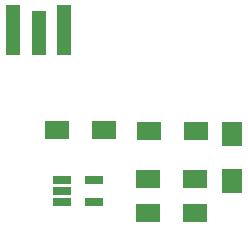
<source format=gtp>
G04 #@! TF.FileFunction,Paste,Top*
%FSLAX46Y46*%
G04 Gerber Fmt 4.6, Leading zero omitted, Abs format (unit mm)*
G04 Created by KiCad (PCBNEW 4.0.4-stable) date 03/17/17 15:09:56*
%MOMM*%
%LPD*%
G01*
G04 APERTURE LIST*
%ADD10C,0.100000*%
%ADD11R,1.270000X4.191000*%
%ADD12R,1.270000X3.683000*%
%ADD13R,2.000000X1.600000*%
%ADD14R,1.560000X0.650000*%
%ADD15R,1.700000X2.000000*%
G04 APERTURE END LIST*
D10*
D11*
X124472700Y-84315300D03*
X128765300Y-84315300D03*
D12*
X126619000Y-84569300D03*
D11*
X124472700Y-84315300D03*
X128765300Y-84315300D03*
D13*
X128149600Y-92811600D03*
X132149600Y-92811600D03*
X135871200Y-99847400D03*
X139871200Y-99847400D03*
X135871200Y-96951800D03*
X139871200Y-96951800D03*
X135972800Y-92913200D03*
X139972800Y-92913200D03*
D14*
X128621800Y-97017800D03*
X128621800Y-97967800D03*
X128621800Y-98917800D03*
X131321800Y-98917800D03*
X131321800Y-97017800D03*
D15*
X143002000Y-93148400D03*
X143002000Y-97148400D03*
M02*

</source>
